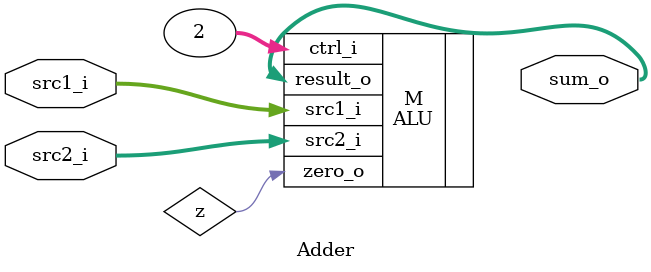
<source format=v>

module Adder(
    src1_i,
	src2_i,
	sum_o
	);
     
//I/O ports
input  [32-1:0]  src1_i;
input  [32-1:0]	 src2_i;
output [32-1:0]	 sum_o;


//Internal Signals
wire    [32-1:0]	 sum_o;
wire z;
//Parameter
    
//Main function
ALU M(.src1_i(src1_i), .src2_i(src2_i), .ctrl_i(2), .result_o(sum_o), .zero_o(z));

endmodule






</source>
